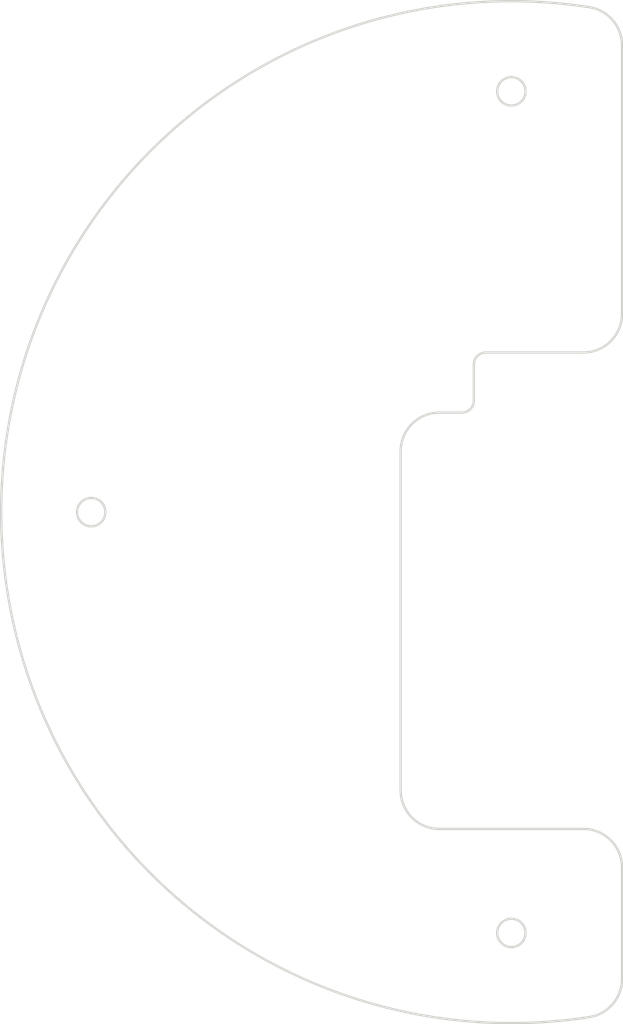
<source format=kicad_pcb>
(kicad_pcb
	(version 20241229)
	(generator "pcbnew")
	(generator_version "9.0")
	(general
		(thickness 1.6)
		(legacy_teardrops no)
	)
	(paper "A4")
	(layers
		(0 "F.Cu" signal)
		(2 "B.Cu" signal)
		(9 "F.Adhes" user "F.Adhesive")
		(11 "B.Adhes" user "B.Adhesive")
		(13 "F.Paste" user)
		(15 "B.Paste" user)
		(5 "F.SilkS" user "F.Silkscreen")
		(7 "B.SilkS" user "B.Silkscreen")
		(1 "F.Mask" user)
		(3 "B.Mask" user)
		(17 "Dwgs.User" user "User.Drawings")
		(19 "Cmts.User" user "User.Comments")
		(21 "Eco1.User" user "User.Eco1")
		(23 "Eco2.User" user "User.Eco2")
		(25 "Edge.Cuts" user)
		(27 "Margin" user)
		(31 "F.CrtYd" user "F.Courtyard")
		(29 "B.CrtYd" user "B.Courtyard")
		(35 "F.Fab" user)
		(33 "B.Fab" user)
		(39 "User.1" user)
		(41 "User.2" user)
		(43 "User.3" user)
		(45 "User.4" user)
	)
	(setup
		(pad_to_mask_clearance 0)
		(allow_soldermask_bridges_in_footprints no)
		(tenting front back)
		(pcbplotparams
			(layerselection 0x00000000_00000000_55555555_5755f5ff)
			(plot_on_all_layers_selection 0x00000000_00000000_00000000_00000000)
			(disableapertmacros no)
			(usegerberextensions no)
			(usegerberattributes yes)
			(usegerberadvancedattributes yes)
			(creategerberjobfile yes)
			(dashed_line_dash_ratio 12.000000)
			(dashed_line_gap_ratio 3.000000)
			(svgprecision 4)
			(plotframeref no)
			(mode 1)
			(useauxorigin no)
			(hpglpennumber 1)
			(hpglpenspeed 20)
			(hpglpendiameter 15.000000)
			(pdf_front_fp_property_popups yes)
			(pdf_back_fp_property_popups yes)
			(pdf_metadata yes)
			(pdf_single_document no)
			(dxfpolygonmode yes)
			(dxfimperialunits yes)
			(dxfusepcbnewfont yes)
			(psnegative no)
			(psa4output no)
			(plot_black_and_white yes)
			(plotinvisibletext no)
			(sketchpadsonfab no)
			(plotpadnumbers no)
			(hidednponfab no)
			(sketchdnponfab yes)
			(crossoutdnponfab yes)
			(subtractmaskfromsilk no)
			(outputformat 1)
			(mirror no)
			(drillshape 1)
			(scaleselection 1)
			(outputdirectory "")
		)
	)
	(net 0 "")
	(gr_line
		(start 96.03125 84.407499)
		(end 96.03125 88.217501)
		(stroke
			(width 0.25)
			(type default)
		)
		(layer "Edge.Cuts")
		(uuid "006aaa3e-ddac-4daf-8ab7-20f35cc4b379")
	)
	(gr_circle
		(center 55.55 100)
		(end 55.55 101.5)
		(stroke
			(width 0.25)
			(type default)
		)
		(fill no)
		(layer "Edge.Cuts")
		(uuid "0e82a892-76a3-49d3-98a3-f5f0510e7f84")
	)
	(gr_line
		(start 111.7125 137.55)
		(end 111.7125 149.30134)
		(stroke
			(width 0.25)
			(type default)
		)
		(layer "Edge.Cuts")
		(uuid "17ac5238-3b3e-4ac2-868b-b208ed71b0bf")
	)
	(gr_arc
		(start 88.2875 93.574999)
		(mid 89.484701 90.684701)
		(end 92.375001 89.4875)
		(stroke
			(width 0.25)
			(type default)
		)
		(layer "Edge.Cuts")
		(uuid "227806f6-16c6-486c-8bba-e9285f087dc0")
	)
	(gr_arc
		(start 111.7125 149.30134)
		(mid 110.728331 151.961602)
		(end 108.249754 153.340812)
		(stroke
			(width 0.25)
			(type default)
		)
		(layer "Edge.Cuts")
		(uuid "274001de-1fe6-4cad-ba3d-991c87b17806")
	)
	(gr_arc
		(start 96.03125 84.407499)
		(mid 96.403224 83.509474)
		(end 97.301249 83.1375)
		(stroke
			(width 0.25)
			(type default)
		)
		(layer "Edge.Cuts")
		(uuid "27b84621-5f3a-4d90-b835-f8856a1e1092")
	)
	(gr_arc
		(start 92.375 133.4625)
		(mid 89.484701 132.265299)
		(end 88.2875 129.375)
		(stroke
			(width 0.25)
			(type default)
		)
		(layer "Edge.Cuts")
		(uuid "2c3a7227-49e3-4f6e-a259-77c229c6078a")
	)
	(gr_line
		(start 92.375 133.4625)
		(end 107.625 133.4625)
		(stroke
			(width 0.25)
			(type default)
		)
		(layer "Edge.Cuts")
		(uuid "3b5cb9cb-a76f-48d0-8cd7-8445f58a4c22")
	)
	(gr_arc
		(start 108.249754 153.340812)
		(mid 46.025 100)
		(end 108.249754 46.659188)
		(stroke
			(width 0.25)
			(type default)
		)
		(layer "Edge.Cuts")
		(uuid "3e77593d-f262-431e-8480-364ebb595928")
	)
	(gr_circle
		(center 100 55.55)
		(end 100 57.05)
		(stroke
			(width 0.25)
			(type default)
		)
		(fill no)
		(layer "Edge.Cuts")
		(uuid "55c31d77-fb4c-456f-b658-7bfc332e726a")
	)
	(gr_arc
		(start 111.7125 79.050004)
		(mid 110.5153 81.9403)
		(end 107.625003 83.1375)
		(stroke
			(width 0.25)
			(type default)
		)
		(layer "Edge.Cuts")
		(uuid "587a9022-a9ac-4b7e-be91-bc2bc2b7defc")
	)
	(gr_line
		(start 111.7125 50.698658)
		(end 111.7125 79.050004)
		(stroke
			(width 0.25)
			(type default)
		)
		(layer "Edge.Cuts")
		(uuid "7b88bdf4-9e71-41fa-b889-cb18b594850f")
	)
	(gr_line
		(start 107.625003 83.1375)
		(end 97.301249 83.1375)
		(stroke
			(width 0.25)
			(type default)
		)
		(layer "Edge.Cuts")
		(uuid "a0dd3fae-0ce0-43d4-9b84-0b78b98be280")
	)
	(gr_arc
		(start 107.625 133.4625)
		(mid 110.515299 134.659701)
		(end 111.7125 137.55)
		(stroke
			(width 0.25)
			(type default)
		)
		(layer "Edge.Cuts")
		(uuid "df4a0e38-271f-4476-95ff-a17b7b41270f")
	)
	(gr_circle
		(center 100 144.45)
		(end 100 145.95)
		(stroke
			(width 0.25)
			(type default)
		)
		(fill no)
		(layer "Edge.Cuts")
		(uuid "e71ab007-7598-4c3c-a637-f934cf30ef94")
	)
	(gr_arc
		(start 108.249754 46.659188)
		(mid 110.728332 48.038398)
		(end 111.7125 50.698658)
		(stroke
			(width 0.25)
			(type default)
		)
		(layer "Edge.Cuts")
		(uuid "f3e5dff9-d14d-4db2-ae2a-dcf40be7d4b3")
	)
	(gr_arc
		(start 96.03125 88.217501)
		(mid 95.659276 89.115526)
		(end 94.761251 89.4875)
		(stroke
			(width 0.25)
			(type default)
		)
		(layer "Edge.Cuts")
		(uuid "f868be4f-718c-4a66-9fd7-4b5b60820a77")
	)
	(gr_line
		(start 92.375001 89.4875)
		(end 94.761251 89.4875)
		(stroke
			(width 0.25)
			(type default)
		)
		(layer "Edge.Cuts")
		(uuid "f9741481-8073-4517-b3f3-a845facff751")
	)
	(gr_line
		(start 88.2875 129.375)
		(end 88.2875 93.574999)
		(stroke
			(width 0.25)
			(type default)
		)
		(layer "Edge.Cuts")
		(uuid "fbc0f935-570c-42d7-b37f-93321fe2cd17")
	)
	(group ""
		(uuid "b2a50bcd-b868-436c-b7bc-915121576e29")
		(members "006aaa3e-ddac-4daf-8ab7-20f35cc4b379" "0e82a892-76a3-49d3-98a3-f5f0510e7f84"
			"17ac5238-3b3e-4ac2-868b-b208ed71b0bf" "227806f6-16c6-486c-8bba-e9285f087dc0"
			"274001de-1fe6-4cad-ba3d-991c87b17806" "27b84621-5f3a-4d90-b835-f8856a1e1092"
			"2c3a7227-49e3-4f6e-a259-77c229c6078a" "3b5cb9cb-a76f-48d0-8cd7-8445f58a4c22"
			"3e77593d-f262-431e-8480-364ebb595928" "55c31d77-fb4c-456f-b658-7bfc332e726a"
			"587a9022-a9ac-4b7e-be91-bc2bc2b7defc" "7b88bdf4-9e71-41fa-b889-cb18b594850f"
			"a0dd3fae-0ce0-43d4-9b84-0b78b98be280" "df4a0e38-271f-4476-95ff-a17b7b41270f"
			"e71ab007-7598-4c3c-a637-f934cf30ef94" "f3e5dff9-d14d-4db2-ae2a-dcf40be7d4b3"
			"f868be4f-718c-4a66-9fd7-4b5b60820a77" "f9741481-8073-4517-b3f3-a845facff751"
			"fbc0f935-570c-42d7-b37f-93321fe2cd17"
		)
	)
	(embedded_fonts no)
)

</source>
